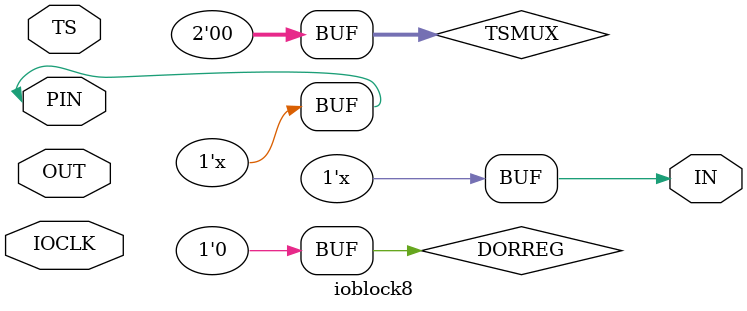
<source format=v>
module ioblock8(
	       inout  PIN,
	       input  TS,
	       input  OUT,
	       output IN,
	       input IOCLK
	       );
   
   reg 		     D;
   reg [2-1:0] 	     TSMUX;
   reg 		     DORREG;

   assign PIN = ( TSMUX == 2'b00 ) ? 1'bz : (( TSMUX == 2'b01 && TS == 1'b1 ) ? OUT : (( TSMUX == 2'b01 && TS == 1'b0 ) ? 1'bz : OUT));
   assign IN  = ( DORREG == 1'b0 ) ? PIN  : D;
   
   initial
     begin
	D=1'b0;
	TSMUX=2'b00;
	DORREG=1'b0;
     end
   
   always @(posedge IOCLK) D=PIN;
   
endmodule       

</source>
